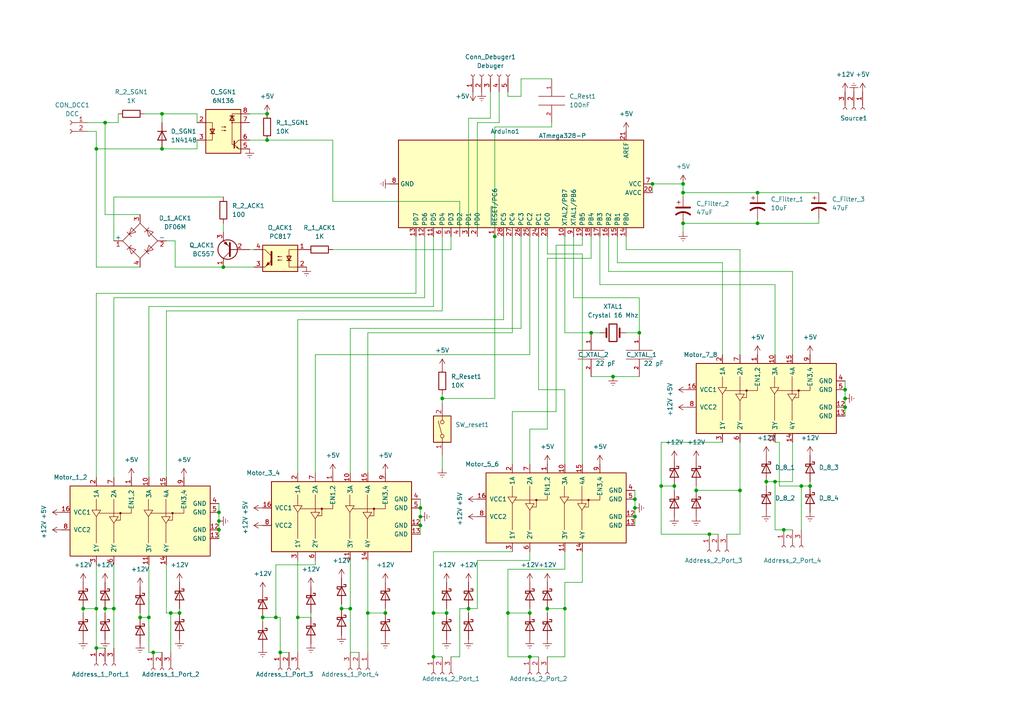
<source format=kicad_sch>
(kicad_sch (version 20211123) (generator eeschema)
  (paper "A4")
  (title_block (title "DCC Motor Controler") (date "2022-04-23") (rev "1.1"))
  (junction (at 184.15 149.86))
  (junction (at 27.94 176.53))
  (junction (at 219.71 55.88))
  (junction (at 77.47 33.02))
  (junction (at 171.45 96.52))
  (junction (at 222.25 139.7))
  (junction (at 77.47 40.64))
  (junction (at 198.12 55.88))
  (junction (at 227.33 153.67))
  (junction (at 43.18 179.07))
  (junction (at 101.6 176.53))
  (junction (at 121.92 149.86))
  (junction (at 129.54 177.8))
  (junction (at 33.02 176.53))
  (junction (at 44.45 189.23))
  (junction (at 121.92 152.4))
  (junction (at 189.23 53.34))
  (junction (at 125.73 177.8))
  (junction (at 201.93 142.24))
  (junction (at 245.11 118.11))
  (junction (at 86.36 179.07))
  (junction (at 198.12 53.34))
  (junction (at 214.63 142.24))
  (junction (at 24.13 176.53))
  (junction (at 30.48 35.56))
  (junction (at 153.67 190.5))
  (junction (at 121.92 147.32))
  (junction (at 184.15 144.78))
  (junction (at 153.67 177.8))
  (junction (at 80.01 179.07))
  (junction (at 76.2 179.07))
  (junction (at 63.5 151.13))
  (junction (at 52.07 177.8))
  (junction (at 135.89 176.53))
  (junction (at 191.77 140.97))
  (junction (at 177.8 109.22))
  (junction (at 224.79 139.7))
  (junction (at 219.71 64.77))
  (junction (at 245.11 113.03))
  (junction (at 46.99 33.02))
  (junction (at 40.64 179.07))
  (junction (at 63.5 153.67))
  (junction (at 128.27 115.57))
  (junction (at 99.06 176.53))
  (junction (at 106.68 177.8))
  (junction (at 63.5 148.59))
  (junction (at 147.32 177.8))
  (junction (at 111.76 177.8))
  (junction (at 27.94 43.18))
  (junction (at 81.28 189.23))
  (junction (at 27.94 187.96))
  (junction (at 232.41 140.97))
  (junction (at 245.11 115.57))
  (junction (at 64.77 77.47))
  (junction (at 205.74 154.94))
  (junction (at 184.15 147.32))
  (junction (at 198.12 64.77))
  (junction (at 125.73 190.5))
  (junction (at 143.51 68.58))
  (junction (at 234.95 140.97))
  (junction (at 49.53 177.8))
  (junction (at 185.42 96.52))
  (junction (at 158.75 176.53))
  (junction (at 195.58 140.97))
  (junction (at 163.83 176.53))
  (junction (at 46.99 43.18))
  (junction (at 30.48 176.53))
  (wire (pts (xy 184.15 147.32) (xy 184.15 149.86)))
  (wire (pts (xy 176.53 68.58) (xy 176.53 78.74)))
  (wire (pts (xy 125.73 190.5) (xy 128.27 190.5)))
  (wire (pts (xy 214.63 142.24) (xy 214.63 154.94)))
  (wire (pts (xy 209.55 76.2) (xy 209.55 102.87)))
  (wire (pts (xy 128.27 114.3) (xy 128.27 115.57)))
  (wire (pts (xy 48.26 138.43) (xy 48.26 90.17)))
  (wire (pts (xy 106.68 177.8) (xy 111.76 177.8)))
  (wire (pts (xy 205.74 154.94) (xy 191.77 154.94)))
  (wire (pts (xy 138.43 162.56) (xy 138.43 176.53)))
  (wire (pts (xy 63.5 146.05) (xy 63.5 148.59)))
  (wire (pts (xy 99.06 175.26) (xy 99.06 176.53)))
  (wire (pts (xy 86.36 92.71) (xy 86.36 137.16)))
  (wire (pts (xy 128.27 132.08) (xy 128.27 135.89)))
  (wire (pts (xy 91.44 163.83) (xy 91.44 162.56)))
  (wire (pts (xy 101.6 176.53) (xy 101.6 189.23)))
  (wire (pts (xy 151.13 68.58) (xy 151.13 95.25)))
  (wire (pts (xy 135.89 34.29) (xy 142.24 34.29)))
  (wire (pts (xy 130.81 72.39) (xy 130.81 68.58)))
  (wire (pts (xy 214.63 154.94) (xy 210.82 154.94)))
  (wire (pts (xy 191.77 140.97) (xy 191.77 128.27)))
  (wire (pts (xy 80.01 179.07) (xy 81.28 179.07)))
  (wire (pts (xy 34.29 35.56) (xy 34.29 33.02)))
  (wire (pts (xy 163.83 168.91) (xy 168.91 168.91)))
  (wire (pts (xy 198.12 53.34) (xy 198.12 55.88)))
  (wire (pts (xy 27.94 176.53) (xy 27.94 187.96)))
  (wire (pts (xy 163.83 113.03) (xy 156.21 113.03)))
  (wire (pts (xy 158.75 73.66) (xy 168.91 73.66)))
  (wire (pts (xy 138.43 35.56) (xy 144.78 35.56)))
  (wire (pts (xy 101.6 162.56) (xy 101.6 176.53)))
  (wire (pts (xy 198.12 55.88) (xy 198.12 57.15)))
  (wire (pts (xy 128.27 90.17) (xy 128.27 68.58)))
  (wire (pts (xy 224.79 139.7) (xy 224.79 153.67)))
  (wire (pts (xy 43.18 88.9) (xy 43.18 138.43)))
  (wire (pts (xy 121.92 149.86) (xy 121.92 152.4)))
  (wire (pts (xy 219.71 64.77) (xy 219.71 63.5)))
  (wire (pts (xy 120.65 85.09) (xy 120.65 68.58)))
  (wire (pts (xy 147.32 165.1) (xy 147.32 177.8)))
  (wire (pts (xy 153.67 134.62) (xy 153.67 124.46)))
  (wire (pts (xy 168.91 68.58) (xy 168.91 71.12)))
  (wire (pts (xy 25.4 35.56) (xy 30.48 35.56)))
  (wire (pts (xy 121.92 147.32) (xy 121.92 149.86)))
  (wire (pts (xy 133.35 176.53) (xy 135.89 176.53)))
  (wire (pts (xy 163.83 96.52) (xy 171.45 96.52)))
  (wire (pts (xy 76.2 179.07) (xy 80.01 179.07)))
  (wire (pts (xy 153.67 102.87) (xy 91.44 102.87)))
  (wire (pts (xy 171.45 96.52) (xy 173.99 96.52)))
  (wire (pts (xy 163.83 68.58) (xy 163.83 96.52)))
  (wire (pts (xy 30.48 35.56) (xy 34.29 35.56)))
  (wire (pts (xy 33.02 163.83) (xy 33.02 176.53)))
  (wire (pts (xy 48.26 163.83) (xy 48.26 177.8)))
  (wire (pts (xy 234.95 139.7) (xy 234.95 140.97)))
  (wire (pts (xy 138.43 68.58) (xy 138.43 35.56)))
  (wire (pts (xy 138.43 176.53) (xy 135.89 176.53)))
  (wire (pts (xy 27.94 38.1) (xy 27.94 43.18)))
  (wire (pts (xy 41.91 33.02) (xy 46.99 33.02)))
  (wire (pts (xy 173.99 68.58) (xy 173.99 82.55)))
  (wire (pts (xy 106.68 96.52) (xy 148.59 96.52)))
  (wire (pts (xy 232.41 140.97) (xy 226.06 140.97)))
  (wire (pts (xy 163.83 165.1) (xy 147.32 165.1)))
  (wire (pts (xy 229.87 78.74) (xy 229.87 102.87)))
  (wire (pts (xy 96.52 72.39) (xy 130.81 72.39)))
  (wire (pts (xy 72.39 40.64) (xy 77.47 40.64)))
  (wire (pts (xy 166.37 86.36) (xy 185.42 86.36)))
  (wire (pts (xy 125.73 177.8) (xy 129.54 177.8)))
  (wire (pts (xy 46.99 43.18) (xy 57.15 43.18)))
  (wire (pts (xy 163.83 160.02) (xy 163.83 165.1)))
  (wire (pts (xy 153.67 176.53) (xy 153.67 177.8)))
  (wire (pts (xy 146.05 92.71) (xy 86.36 92.71)))
  (wire (pts (xy 91.44 137.16) (xy 91.44 102.87)))
  (wire (pts (xy 153.67 162.56) (xy 153.67 160.02)))
  (wire (pts (xy 177.8 109.22) (xy 185.42 109.22)))
  (wire (pts (xy 138.43 162.56) (xy 153.67 162.56)))
  (wire (pts (xy 143.51 115.57) (xy 128.27 115.57)))
  (wire (pts (xy 245.11 110.49) (xy 245.11 113.03)))
  (wire (pts (xy 24.13 176.53) (xy 24.13 177.8)))
  (wire (pts (xy 135.89 68.58) (xy 135.89 34.29)))
  (wire (pts (xy 219.71 64.77) (xy 237.49 64.77)))
  (wire (pts (xy 125.73 177.8) (xy 125.73 160.02)))
  (wire (pts (xy 181.61 96.52) (xy 185.42 96.52)))
  (wire (pts (xy 43.18 179.07) (xy 40.64 179.07)))
  (wire (pts (xy 33.02 57.15) (xy 64.77 57.15)))
  (wire (pts (xy 43.18 179.07) (xy 43.18 189.23)))
  (wire (pts (xy 184.15 144.78) (xy 184.15 147.32)))
  (wire (pts (xy 101.6 95.25) (xy 101.6 137.16)))
  (wire (pts (xy 163.83 190.5) (xy 163.83 176.53)))
  (wire (pts (xy 232.41 153.67) (xy 232.41 140.97)))
  (wire (pts (xy 64.77 77.47) (xy 73.66 77.47)))
  (wire (pts (xy 33.02 138.43) (xy 33.02 86.36)))
  (wire (pts (xy 33.02 176.53) (xy 33.02 187.96)))
  (wire (pts (xy 245.11 118.11) (xy 245.11 120.65)))
  (wire (pts (xy 189.23 53.34) (xy 189.23 55.88)))
  (wire (pts (xy 151.13 27.94) (xy 147.32 27.94)))
  (wire (pts (xy 77.47 40.64) (xy 96.52 40.64)))
  (wire (pts (xy 176.53 78.74) (xy 229.87 78.74)))
  (wire (pts (xy 171.45 74.93) (xy 171.45 68.58)))
  (wire (pts (xy 57.15 43.18) (xy 57.15 40.64)))
  (wire (pts (xy 80.01 163.83) (xy 91.44 163.83)))
  (wire (pts (xy 125.73 190.5) (xy 125.73 177.8)))
  (wire (pts (xy 181.61 72.39) (xy 181.61 68.58)))
  (wire (pts (xy 161.29 119.38) (xy 148.59 119.38)))
  (wire (pts (xy 121.92 152.4) (xy 121.92 154.94)))
  (wire (pts (xy 90.17 177.8) (xy 90.17 179.07)))
  (wire (pts (xy 80.01 179.07) (xy 80.01 163.83)))
  (wire (pts (xy 163.83 176.53) (xy 163.83 168.91)))
  (wire (pts (xy 146.05 68.58) (xy 146.05 92.71)))
  (wire (pts (xy 153.67 124.46) (xy 158.75 124.46)))
  (wire (pts (xy 27.94 187.96) (xy 30.48 187.96)))
  (wire (pts (xy 168.91 73.66) (xy 168.91 134.62)))
  (wire (pts (xy 123.19 86.36) (xy 123.19 68.58)))
  (wire (pts (xy 168.91 71.12) (xy 161.29 71.12)))
  (wire (pts (xy 226.06 140.97) (xy 226.06 128.27)))
  (wire (pts (xy 27.94 43.18) (xy 46.99 43.18)))
  (wire (pts (xy 81.28 189.23) (xy 83.82 189.23)))
  (wire (pts (xy 173.99 82.55) (xy 224.79 82.55)))
  (wire (pts (xy 142.24 34.29) (xy 142.24 26.67)))
  (wire (pts (xy 63.5 148.59) (xy 63.5 151.13)))
  (wire (pts (xy 156.21 113.03) (xy 156.21 68.58)))
  (wire (pts (xy 135.89 176.53) (xy 135.89 177.8)))
  (wire (pts (xy 86.36 162.56) (xy 86.36 179.07)))
  (wire (pts (xy 214.63 72.39) (xy 181.61 72.39)))
  (wire (pts (xy 245.11 115.57) (xy 245.11 118.11)))
  (wire (pts (xy 229.87 139.7) (xy 224.79 139.7)))
  (wire (pts (xy 46.99 33.02) (xy 46.99 35.56)))
  (wire (pts (xy 63.5 151.13) (xy 63.5 153.67)))
  (wire (pts (xy 191.77 140.97) (xy 195.58 140.97)))
  (wire (pts (xy 121.92 144.78) (xy 121.92 147.32)))
  (wire (pts (xy 222.25 139.7) (xy 222.25 140.97)))
  (wire (pts (xy 195.58 140.97) (xy 195.58 142.24)))
  (wire (pts (xy 101.6 189.23) (xy 104.14 189.23)))
  (wire (pts (xy 50.8 77.47) (xy 64.77 77.47)))
  (wire (pts (xy 224.79 82.55) (xy 224.79 102.87)))
  (wire (pts (xy 130.81 190.5) (xy 133.35 190.5)))
  (wire (pts (xy 48.26 177.8) (xy 49.53 177.8)))
  (wire (pts (xy 184.15 149.86) (xy 184.15 152.4)))
  (wire (pts (xy 144.78 35.56) (xy 144.78 26.67)))
  (wire (pts (xy 229.87 128.27) (xy 229.87 139.7)))
  (wire (pts (xy 30.48 176.53) (xy 30.48 177.8)))
  (wire (pts (xy 160.02 36.83) (xy 160.02 35.56)))
  (wire (pts (xy 76.2 179.07) (xy 76.2 180.34)))
  (wire (pts (xy 33.02 69.85) (xy 33.02 57.15)))
  (wire (pts (xy 57.15 33.02) (xy 57.15 35.56)))
  (wire (pts (xy 153.67 68.58) (xy 153.67 102.87)))
  (wire (pts (xy 222.25 139.7) (xy 224.79 139.7)))
  (wire (pts (xy 143.51 36.83) (xy 160.02 36.83)))
  (wire (pts (xy 232.41 140.97) (xy 234.95 140.97)))
  (wire (pts (xy 158.75 74.93) (xy 171.45 74.93)))
  (wire (pts (xy 49.53 177.8) (xy 52.07 177.8)))
  (wire (pts (xy 160.02 22.86) (xy 151.13 22.86)))
  (wire (pts (xy 153.67 190.5) (xy 156.21 190.5)))
  (wire (pts (xy 27.94 77.47) (xy 40.64 77.47)))
  (wire (pts (xy 111.76 176.53) (xy 111.76 177.8)))
  (wire (pts (xy 205.74 154.94) (xy 208.28 154.94)))
  (wire (pts (xy 27.94 85.09) (xy 120.65 85.09)))
  (wire (pts (xy 158.75 68.58) (xy 158.75 73.66)))
  (wire (pts (xy 40.64 62.23) (xy 30.48 62.23)))
  (wire (pts (xy 158.75 190.5) (xy 163.83 190.5)))
  (wire (pts (xy 106.68 177.8) (xy 106.68 189.23)))
  (wire (pts (xy 50.8 69.85) (xy 50.8 77.47)))
  (wire (pts (xy 27.94 43.18) (xy 27.94 77.47)))
  (wire (pts (xy 147.32 27.94) (xy 147.32 26.67)))
  (wire (pts (xy 133.35 190.5) (xy 133.35 176.53)))
  (wire (pts (xy 147.32 190.5) (xy 153.67 190.5)))
  (wire (pts (xy 151.13 22.86) (xy 151.13 27.94)))
  (wire (pts (xy 224.79 153.67) (xy 227.33 153.67)))
  (wire (pts (xy 46.99 33.02) (xy 57.15 33.02)))
  (wire (pts (xy 148.59 96.52) (xy 148.59 68.58)))
  (wire (pts (xy 52.07 176.53) (xy 52.07 177.8)))
  (wire (pts (xy 25.4 38.1) (xy 27.94 38.1)))
  (wire (pts (xy 191.77 128.27) (xy 209.55 128.27)))
  (wire (pts (xy 49.53 177.8) (xy 49.53 189.23)))
  (wire (pts (xy 129.54 176.53) (xy 129.54 177.8)))
  (wire (pts (xy 96.52 40.64) (xy 96.52 58.42)))
  (wire (pts (xy 43.18 163.83) (xy 43.18 179.07)))
  (wire (pts (xy 185.42 86.36) (xy 185.42 96.52)))
  (wire (pts (xy 27.94 85.09) (xy 27.94 138.43)))
  (wire (pts (xy 86.36 179.07) (xy 90.17 179.07)))
  (wire (pts (xy 96.52 58.42) (xy 133.35 58.42)))
  (wire (pts (xy 158.75 176.53) (xy 163.83 176.53)))
  (wire (pts (xy 125.73 160.02) (xy 148.59 160.02)))
  (wire (pts (xy 151.13 95.25) (xy 101.6 95.25)))
  (wire (pts (xy 148.59 119.38) (xy 148.59 134.62)))
  (wire (pts (xy 125.73 88.9) (xy 125.73 68.58)))
  (wire (pts (xy 184.15 142.24) (xy 184.15 144.78)))
  (wire (pts (xy 106.68 137.16) (xy 106.68 96.52)))
  (wire (pts (xy 44.45 189.23) (xy 46.99 189.23)))
  (wire (pts (xy 48.26 69.85) (xy 50.8 69.85)))
  (wire (pts (xy 166.37 68.58) (xy 166.37 86.36)))
  (wire (pts (xy 86.36 189.23) (xy 86.36 179.07)))
  (wire (pts (xy 237.49 64.77) (xy 237.49 63.5)))
  (wire (pts (xy 198.12 55.88) (xy 219.71 55.88)))
  (wire (pts (xy 43.18 189.23) (xy 44.45 189.23)))
  (wire (pts (xy 43.18 88.9) (xy 125.73 88.9)))
  (wire (pts (xy 201.93 140.97) (xy 201.93 142.24)))
  (wire (pts (xy 30.48 35.56) (xy 30.48 62.23)))
  (wire (pts (xy 72.39 33.02) (xy 77.47 33.02)))
  (wire (pts (xy 72.39 72.39) (xy 73.66 72.39)))
  (wire (pts (xy 158.75 176.53) (xy 158.75 177.8)))
  (wire (pts (xy 198.12 64.77) (xy 219.71 64.77)))
  (wire (pts (xy 143.51 68.58) (xy 143.51 115.57)))
  (wire (pts (xy 179.07 76.2) (xy 179.07 68.58)))
  (wire (pts (xy 143.51 68.58) (xy 143.51 36.83)))
  (wire (pts (xy 171.45 109.22) (xy 177.8 109.22)))
  (wire (pts (xy 227.33 153.67) (xy 229.87 153.67)))
  (wire (pts (xy 48.26 90.17) (xy 128.27 90.17)))
  (wire (pts (xy 226.06 128.27) (xy 224.79 128.27)))
  (wire (pts (xy 201.93 142.24) (xy 214.63 142.24)))
  (wire (pts (xy 27.94 176.53) (xy 24.13 176.53)))
  (wire (pts (xy 147.32 177.8) (xy 153.67 177.8)))
  (wire (pts (xy 40.64 177.8) (xy 40.64 179.07)))
  (wire (pts (xy 63.5 153.67) (xy 63.5 156.21)))
  (wire (pts (xy 189.23 53.34) (xy 198.12 53.34)))
  (wire (pts (xy 30.48 176.53) (xy 33.02 176.53)))
  (wire (pts (xy 198.12 64.77) (xy 198.12 67.31)))
  (wire (pts (xy 214.63 142.24) (xy 214.63 128.27)))
  (wire (pts (xy 99.06 176.53) (xy 101.6 176.53)))
  (wire (pts (xy 128.27 115.57) (xy 128.27 116.84)))
  (wire (pts (xy 147.32 177.8) (xy 147.32 190.5)))
  (wire (pts (xy 219.71 55.88) (xy 237.49 55.88)))
  (wire (pts (xy 33.02 86.36) (xy 123.19 86.36)))
  (wire (pts (xy 64.77 64.77) (xy 64.77 67.31)))
  (wire (pts (xy 158.75 124.46) (xy 158.75 74.93)))
  (wire (pts (xy 27.94 163.83) (xy 27.94 176.53)))
  (wire (pts (xy 133.35 68.58) (xy 133.35 58.42)))
  (wire (pts (xy 191.77 154.94) (xy 191.77 140.97)))
  (wire (pts (xy 245.11 113.03) (xy 245.11 115.57)))
  (wire (pts (xy 106.68 162.56) (xy 106.68 177.8)))
  (wire (pts (xy 214.63 102.87) (xy 214.63 72.39)))
  (wire (pts (xy 163.83 113.03) (xy 163.83 134.62)))
  (wire (pts (xy 161.29 71.12) (xy 161.29 119.38)))
  (wire (pts (xy 209.55 76.2) (xy 179.07 76.2)))
  (wire (pts (xy 81.28 179.07) (xy 81.28 189.23)))
  (wire (pts (xy 168.91 168.91) (xy 168.91 160.02)))
  (symbol (lib_id "power:+5V") (at 53.34 138.43 0) (unit 1)
    (property "Reference" "#PWR0109" (effects hide))
    (property "Value" "+5V" (at 53.34 133.35 0))
  )
  (symbol (lib_id "Diode:1N5819") (at 201.93 137.16 270) (unit 1)
    (property "Reference" "D_7_3" (effects hide))
    (property "Value" "1N5819" (effects hide))
    (property "Footprint" "Diode_THT:D_DO-41_SOD81_P10.16mm_Horizontal" (effects hide))
    (property "Datasheet" "http://www.vishay.com/docs/88525/1n5817.pdf" (effects hide))
  )
  (symbol (lib_id "power:Earth") (at 52.07 185.42 0) (unit 1)
    (property "Reference" "#PWR0135" (effects hide))
    (property "Value" "Earth" (effects hide))
  )
  (symbol (lib_id "power:Earth") (at 99.06 184.15 0) (unit 1)
    (property "Reference" "#PWR0145" (effects hide))
    (property "Value" "Earth" (effects hide))
  )
  (symbol (lib_id "power:Earth") (at 76.2 187.96 0) (unit 1)
    (property "Reference" "#PWR0134" (effects hide))
    (property "Value" "Earth" (effects hide))
  )
  (symbol (lib_id "Connector:Conn_01x03_Female") (at 156.21 195.58 90) (mirror x) (unit 1)
    (property "Reference" "Address_2_Port_2" (at 156.21 196.85 90))
    (property "Value" "Conn_01x03_Female" (effects hide))
    (property "Footprint" "Connector_Wago:Wago_734-133_1x03_P3.50mm_Vertical" (effects hide))
  )
  (symbol (lib_id "power:+12V") (at 138.43 149.86 90) (mirror x) (unit 1)
    (property "Reference" "#PWR0129" (effects hide))
    (property "Value" "+12V" (at 133.35 149.86 0))
  )
  (symbol (lib_id "power:+12V") (at 199.39 118.11 90) (mirror x) (unit 1)
    (property "Reference" "#PWR0105" (effects hide))
    (property "Value" "+12V" (at 194.31 118.11 0))
  )
  (symbol (lib_id "Connector:Conn_01x03_Female") (at 128.27 195.58 90) (mirror x) (unit 1)
    (property "Reference" "Address_2_Port_1" (at 130.81 196.85 90))
    (property "Value" "Conn_01x03_Female" (effects hide))
    (property "Footprint" "Connector_Wago:Wago_734-133_1x03_P3.50mm_Vertical" (effects hide))
  )
  (symbol (lib_id "power:+12V") (at 24.13 168.91 0) (unit 1)
    (property "Reference" "#PWR0149" (effects hide))
    (property "Value" "+12V" (at 24.13 163.83 0))
  )
  (symbol (lib_id "Diode:1N5819") (at 234.95 135.89 270) (unit 1)
    (property "Reference" "D_8_3" (at 237.49 135.5724 90) (effects (justify left)))
    (property "Value" "1N5819" (effects hide))
    (property "Footprint" "Diode_THT:D_DO-41_SOD81_P10.16mm_Horizontal" (effects hide))
    (property "Datasheet" "http://www.vishay.com/docs/88525/1n5817.pdf" (effects hide))
  )
  (symbol (lib_id "Diode:1N5819") (at 158.75 181.61 270) (unit 1)
    (property "Reference" "D_6_4" (effects hide))
    (property "Value" "1N5819" (effects hide))
    (property "Footprint" "Diode_THT:D_DO-41_SOD81_P10.16mm_Horizontal" (effects hide))
    (property "Datasheet" "http://www.vishay.com/docs/88525/1n5817.pdf" (effects hide))
  )
  (symbol (lib_id "power:+5V") (at 198.12 53.34 0) (unit 1)
    (property "Reference" "#PWR0116" (effects hide))
    (property "Value" "+5V" (at 198.12 48.26 0))
  )
  (symbol (lib_id "power:+12V") (at 76.2 171.45 0) (unit 1)
    (property "Reference" "#PWR0136" (effects hide))
    (property "Value" "+12V" (at 76.2 166.37 0))
  )
  (symbol (lib_id "Device:R") (at 92.71 72.39 270) (unit 1)
    (property "Reference" "R_1_ACK1" (at 92.71 66.04 90))
    (property "Value" "1K" (at 92.71 68.58 90))
    (property "Footprint" "Resistor_THT:R_Axial_DIN0207_L6.3mm_D2.5mm_P10.16mm_Horizontal" (effects hide))
  )
  (symbol (lib_id "power:Earth") (at 90.17 186.69 0) (unit 1)
    (property "Reference" "#PWR0146" (effects hide))
    (property "Value" "Earth" (effects hide))
  )
  (symbol (lib_id "power:+12V") (at 135.89 168.91 0) (unit 1)
    (property "Reference" "#PWR0140" (effects hide))
    (property "Value" "+12V" (at 135.89 163.83 0))
  )
  (symbol (lib_id "Connector:Conn_01x03_Female") (at 104.14 194.31 270) (unit 1)
    (property "Reference" "Address_1_Port_4" (at 101.6 195.58 90))
    (property "Value" "Conn_01x03_Female" (effects hide))
    (property "Footprint" "Connector_Wago:Wago_734-133_1x03_P3.50mm_Vertical" (effects hide))
  )
  (symbol (lib_id "Diode:1N5819") (at 52.07 181.61 270) (unit 1)
    (property "Reference" "D_2_4" (effects hide))
    (property "Value" "1N5819" (effects hide))
    (property "Footprint" "Diode_THT:D_DO-41_SOD81_P10.16mm_Horizontal" (effects hide))
    (property "Datasheet" "http://www.vishay.com/docs/88525/1n5817.pdf" (effects hide))
  )
  (symbol (lib_id "power:Earth") (at 139.7 26.67 0) (unit 1)
    (property "Reference" "#PWR0166" (effects hide))
    (property "Value" "Earth" (effects hide))
  )
  (symbol (lib_id "power:+5V") (at 77.47 33.02 0) (unit 1)
    (property "Reference" "#PWR0120" (effects hide))
    (property "Value" "+5V" (at 77.47 27.94 0))
  )
  (symbol (lib_id "power:Earth") (at 247.65 26.67 180) (unit 1)
    (property "Reference" "#PWR0117" (effects hide))
    (property "Value" "Earth" (effects hide))
  )
  (symbol (lib_id "power:Earth") (at 40.64 186.69 0) (unit 1)
    (property "Reference" "#PWR0151" (effects hide))
    (property "Value" "Earth" (effects hide))
  )
  (symbol (lib_id "power:+5V") (at 138.43 144.78 90) (mirror x) (unit 1)
    (property "Reference" "#PWR0130" (effects hide))
    (property "Value" "+5V" (at 133.35 144.78 0))
  )
  (symbol (lib_id "power:+5V") (at 111.76 137.16 0) (unit 1)
    (property "Reference" "#PWR0124" (effects hide))
    (property "Value" "+5V" (at 111.76 132.08 0))
  )
  (symbol (lib_id "Device:C_Polarized_US") (at 219.71 59.69 0) (unit 1)
    (property "Reference" "C_Filter_1" (at 223.52 57.7849 0) (effects (justify left)))
    (property "Value" "10uF" (at 223.52 60.3249 0) (effects (justify left)))
    (property "Footprint" "Capacitor_THT:CP_Radial_D6.3mm_P2.50mm" (effects hide))
  )
  (symbol (lib_id "power:+12V") (at 99.06 167.64 0) (unit 1)
    (property "Reference" "#PWR0137" (effects hide))
    (property "Value" "+12V" (at 99.06 162.56 0))
  )
  (symbol (lib_id "power:Earth") (at 63.5 151.13 90) (mirror x) (unit 1)
    (property "Reference" "#PWR0106" (effects hide))
    (property "Value" "Earth" (effects hide))
  )
  (symbol (lib_id "power:+12V") (at 76.2 152.4 90) (mirror x) (unit 1)
    (property "Reference" "#PWR0107" (effects hide))
    (property "Value" "+12V" (at 71.12 152.4 0))
  )
  (symbol (lib_id "Isolator:PC817") (at 81.28 74.93 0) (mirror y) (unit 1)
    (property "Reference" "O_ACK1" (at 81.28 66.04 0))
    (property "Value" "PC817" (at 81.28 68.58 0))
    (property "Footprint" "Package_DIP:DIP-4_W7.62mm" (effects hide))
    (property "Datasheet" "http://www.soselectronic.cz/a_info/resource/d/pc817.pdf" (effects hide))
  )
  (symbol (lib_id "power:+12V") (at 52.07 168.91 0) (unit 1)
    (property "Reference" "#PWR0114" (effects hide))
    (property "Value" "+12V" (at 52.07 163.83 0))
  )
  (symbol (lib_id "power:+12V") (at 90.17 170.18 0) (unit 1)
    (property "Reference" "#PWR0139" (effects hide))
    (property "Value" "+12V" (at 90.17 165.1 0))
  )
  (symbol (lib_id "Diode_Bridge:DF06M") (at 40.64 69.85 180) (unit 1)
    (property "Reference" "D_1_ACK1" (at 50.8 63.2712 0))
    (property "Value" "DF06M" (at 50.8 65.8112 0))
    (property "Footprint" "Diode_THT:Diode_Bridge_DIP-4_W7.62mm_P5.08mm" (effects hide))
    (property "Datasheet" "http://www.vishay.com/docs/88571/dfm.pdf" (effects hide))
  )
  (symbol (lib_id "Diode:1N5819") (at 30.48 172.72 270) (unit 1)
    (property "Reference" "D_1_3" (effects hide))
    (property "Value" "1N5819" (effects hide))
    (property "Footprint" "Diode_THT:D_DO-41_SOD81_P10.16mm_Horizontal" (effects hide))
    (property "Datasheet" "http://www.vishay.com/docs/88525/1n5817.pdf" (effects hide))
  )
  (symbol (lib_id "Device:R") (at 77.47 36.83 180) (unit 1)
    (property "Reference" "R_1_SGN1" (at 80.01 35.5599 0) (effects (justify right)))
    (property "Value" "10K" (at 80.01 38.0999 0) (effects (justify right)))
    (property "Footprint" "Resistor_THT:R_Axial_DIN0207_L6.3mm_D2.5mm_P10.16mm_Horizontal" (effects hide))
  )
  (symbol (lib_id "power:Earth") (at 128.27 135.89 0) (unit 1)
    (property "Reference" "#PWR0122" (effects hide))
    (property "Value" "Earth" (effects hide))
  )
  (symbol (lib_id "Diode:1N5819") (at 195.58 146.05 270) (unit 1)
    (property "Reference" "D_7_2" (effects hide))
    (property "Value" "1N5819" (effects hide))
    (property "Footprint" "Diode_THT:D_DO-41_SOD81_P10.16mm_Horizontal" (effects hide))
    (property "Datasheet" "http://www.vishay.com/docs/88525/1n5817.pdf" (effects hide))
  )
  (symbol (lib_id "Driver_Motor:L293") (at 101.6 149.86 90) (mirror x) (unit 1)
    (property "Reference" "Motor_3_4" (at 81.28 137.16 90) (effects (justify left)))
    (property "Value" "L293" (effects hide))
    (property "Footprint" "Package_DIP:DIP-16_W7.62mm" (effects hide))
    (property "Datasheet" "http://www.ti.com/lit/ds/symlink/l293.pdf" (effects hide))
  )
  (symbol (lib_id "power:Earth") (at 245.11 115.57 90) (mirror x) (unit 1)
    (property "Reference" "#PWR0102" (effects hide))
    (property "Value" "Earth" (effects hide))
  )
  (symbol (lib_id "power:+12V") (at 201.93 133.35 0) (unit 1)
    (property "Reference" "#PWR0165" (effects hide))
    (property "Value" "+12V" (at 201.93 128.27 0))
  )
  (symbol (lib_id "Device:R") (at 38.1 33.02 90) (unit 1)
    (property "Reference" "R_2_SGN1" (at 38.1 26.67 90))
    (property "Value" "1K" (at 38.1 29.21 90))
    (property "Footprint" "Resistor_THT:R_Axial_DIN0207_L6.3mm_D2.5mm_P10.16mm_Horizontal" (effects hide))
  )
  (symbol (lib_id "Driver_Motor:L293") (at 224.79 115.57 90) (mirror x) (unit 1)
    (property "Reference" "Motor_7_8" (at 203.2 102.87 90))
    (property "Value" "L293" (effects hide))
    (property "Footprint" "Package_DIP:DIP-16_W7.62mm" (effects hide))
    (property "Datasheet" "http://www.ti.com/lit/ds/symlink/l293.pdf" (effects hide))
  )
  (symbol (lib_id "Diode:1N5819") (at 195.58 137.16 270) (unit 1)
    (property "Reference" "D_7_1" (effects hide))
    (property "Value" "1N5819" (effects hide))
    (property "Footprint" "Diode_THT:D_DO-41_SOD81_P10.16mm_Horizontal" (effects hide))
    (property "Datasheet" "http://www.vishay.com/docs/88525/1n5817.pdf" (effects hide))
  )
  (symbol (lib_id "Diode:1N5819") (at 90.17 173.99 270) (unit 1)
    (property "Reference" "D_3_3" (effects hide))
    (property "Value" "1N5819" (effects hide))
    (property "Footprint" "Diode_THT:D_DO-41_SOD81_P10.16mm_Horizontal" (effects hide))
    (property "Datasheet" "http://www.vishay.com/docs/88525/1n5817.pdf" (effects hide))
  )
  (symbol (lib_id "Diode:1N5819") (at 111.76 172.72 270) (unit 1)
    (property "Reference" "D_4_3" (effects hide))
    (property "Value" "1N5819" (effects hide))
    (property "Footprint" "Diode_THT:D_DO-41_SOD81_P10.16mm_Horizontal" (effects hide))
    (property "Datasheet" "http://www.vishay.com/docs/88525/1n5817.pdf" (effects hide))
  )
  (symbol (lib_id "power:+5V") (at 250.19 26.67 0) (unit 1)
    (property "Reference" "#PWR0118" (effects hide))
    (property "Value" "+5V" (at 250.19 21.59 0))
  )
  (symbol (lib_id "power:+12V") (at 153.67 168.91 0) (unit 1)
    (property "Reference" "#PWR0155" (effects hide))
    (property "Value" "+12V" (at 153.67 163.83 0))
  )
  (symbol (lib_id "power:Earth") (at 158.75 185.42 0) (unit 1)
    (property "Reference" "#PWR0154" (effects hide))
    (property "Value" "Earth" (effects hide))
  )
  (symbol (lib_id "power:+12V") (at 111.76 168.91 0) (unit 1)
    (property "Reference" "#PWR0141" (effects hide))
    (property "Value" "+12V" (at 111.76 163.83 0))
  )
  (symbol (lib_id "power:+5V") (at 76.2 147.32 90) (mirror x) (unit 1)
    (property "Reference" "#PWR0108" (effects hide))
    (property "Value" "+5V" (at 71.12 147.32 0))
  )
  (symbol (lib_id "Diode:1N5819") (at 24.13 172.72 270) (unit 1)
    (property "Reference" "D_1_1" (effects hide))
    (property "Value" "1N5819" (effects hide))
    (property "Footprint" "Diode_THT:D_DO-41_SOD81_P10.16mm_Horizontal" (effects hide))
    (property "Datasheet" "http://www.vishay.com/docs/88525/1n5817.pdf" (effects hide))
  )
  (symbol (lib_id "Switch:SW_DIP_x01") (at 128.27 124.46 90) (unit 1)
    (property "Reference" "SW_reset1" (at 132.08 123.1899 90) (effects (justify right)))
    (property "Value" "SW_DIP_x01" (effects hide))
    (property "Footprint" "Button_Switch_THT:SW_PUSH_6mm_H5mm" (effects hide))
  )
  (symbol (lib_id "power:+12V") (at 129.54 168.91 0) (unit 1)
    (property "Reference" "#PWR0142" (effects hide))
    (property "Value" "+12V" (at 129.54 163.83 0))
  )
  (symbol (lib_id "Diode:1N5819") (at 129.54 172.72 270) (unit 1)
    (property "Reference" "D_5_1" (effects hide))
    (property "Value" "1N5819" (effects hide))
    (property "Footprint" "Diode_THT:D_DO-41_SOD81_P10.16mm_Horizontal" (effects hide))
    (property "Datasheet" "http://www.vishay.com/docs/88525/1n5817.pdf" (effects hide))
  )
  (symbol (lib_id "Driver_Motor:L293") (at 163.83 147.32 90) (mirror x) (unit 1)
    (property "Reference" "Motor_5_6" (at 144.78 134.62 90) (effects (justify left)))
    (property "Value" "L293" (effects hide))
    (property "Footprint" "Package_DIP:DIP-16_W7.62mm" (effects hide))
    (property "Datasheet" "http://www.ti.com/lit/ds/symlink/l293.pdf" (effects hide))
  )
  (symbol (lib_id "power:Earth") (at 88.9 77.47 0) (unit 1)
    (property "Reference" "#PWR0112" (effects hide))
    (property "Value" "Earth" (effects hide))
  )
  (symbol (lib_id "pspice:CAP") (at 160.02 29.21 0) (unit 1)
    (property "Reference" "C_Rest1" (at 165.1 27.9399 0) (effects (justify left)))
    (property "Value" "100nF" (at 165.1 30.4799 0) (effects (justify left)))
    (property "Footprint" "Capacitor_SMD:C_2225_5664Metric_Pad1.80x6.60mm_HandSolder" (effects hide))
  )
  (symbol (lib_id "Diode:1N5819") (at 76.2 184.15 270) (unit 1)
    (property "Reference" "D_3_2" (effects hide))
    (property "Value" "1N5819" (effects hide))
    (property "Footprint" "Diode_THT:D_DO-41_SOD81_P10.16mm_Horizontal" (effects hide))
    (property "Datasheet" "http://www.vishay.com/docs/88525/1n5817.pdf" (effects hide))
  )
  (symbol (lib_id "Driver_Motor:L293") (at 43.18 151.13 90) (mirror x) (unit 1)
    (property "Reference" "Motor_1_2" (at 25.4 138.43 90) (effects (justify left)))
    (property "Value" "L293" (effects hide))
    (property "Footprint" "Package_DIP:DIP-16_W7.62mm" (effects hide))
    (property "Datasheet" "http://www.ti.com/lit/ds/symlink/l293.pdf" (effects hide))
  )
  (symbol (lib_id "Diode:1N5819") (at 30.48 181.61 270) (unit 1)
    (property "Reference" "D_1_4" (effects hide))
    (property "Value" "1N5819" (effects hide))
    (property "Footprint" "Diode_THT:D_DO-41_SOD81_P10.16mm_Horizontal" (effects hide))
    (property "Datasheet" "http://www.vishay.com/docs/88525/1n5817.pdf" (effects hide))
  )
  (symbol (lib_id "power:Earth") (at 135.89 185.42 0) (unit 1)
    (property "Reference" "#PWR0143" (effects hide))
    (property "Value" "Earth" (effects hide))
  )
  (symbol (lib_id "Connector:Conn_01x03_Female") (at 83.82 194.31 90) (mirror x) (unit 1)
    (property "Reference" "Address_1_Port_3" (at 82.55 195.58 90))
    (property "Value" "Conn_01x03_Female" (effects hide))
    (property "Footprint" "Connector_Wago:Wago_734-133_1x03_P3.50mm_Vertical" (effects hide))
  )
  (symbol (lib_id "Device:R") (at 64.77 60.96 180) (unit 1)
    (property "Reference" "R_2_ACK1" (at 67.31 59.6899 0) (effects (justify right)))
    (property "Value" "100" (at 67.31 62.2299 0) (effects (justify right)))
    (property "Footprint" "Resistor_THT:R_Axial_DIN0207_L6.3mm_D2.5mm_P10.16mm_Horizontal" (effects hide))
  )
  (symbol (lib_id "power:Earth") (at 198.12 67.31 0) (unit 1)
    (property "Reference" "#PWR0113" (effects hide))
    (property "Value" "Earth" (effects hide))
  )
  (symbol (lib_id "power:Earth") (at 30.48 185.42 0) (unit 1)
    (property "Reference" "#PWR0152" (effects hide))
    (property "Value" "Earth" (effects hide))
  )
  (symbol (lib_id "pspice:C") (at 171.45 102.87 0) (unit 1)
    (property "Reference" "C_XTAL_2" (at 167.64 102.87 0) (effects (justify left)))
    (property "Value" "22 pF" (at 172.72 105.41 0) (effects (justify left)))
    (property "Footprint" "Capacitor_THT:C_Disc_D8.0mm_W5.0mm_P5.00mm" (effects hide))
  )
  (symbol (lib_id "Diode:1N5819") (at 201.93 146.05 270) (unit 1)
    (property "Reference" "D_7_4" (effects hide))
    (property "Value" "1N5819" (effects hide))
    (property "Footprint" "Diode_THT:D_DO-41_SOD81_P10.16mm_Horizontal" (effects hide))
    (property "Datasheet" "http://www.vishay.com/docs/88525/1n5817.pdf" (effects hide))
  )
  (symbol (lib_id "power:+5V") (at 96.52 137.16 0) (unit 1)
    (property "Reference" "#PWR0125" (effects hide))
    (property "Value" "+5V" (at 96.52 132.08 0))
  )
  (symbol (lib_id "Isolator:6N136") (at 64.77 38.1 0) (unit 1)
    (property "Reference" "O_SGN1" (at 64.77 26.67 0))
    (property "Value" "6N136" (at 64.77 29.21 0))
    (property "Footprint" "Package_DIP:DIP-8_W7.62mm" (effects hide))
    (property "Datasheet" "https://optoelectronics.liteon.com/upload/download/DS70-2008-0032/6N135-L%206N136-L%20series.pdf" (effects hide))
  )
  (symbol (lib_id "power:+5V") (at 181.61 38.1 0) (unit 1)
    (property "Reference" "#PWR0161" (effects hide))
    (property "Value" "+5V" (at 181.61 33.02 0))
  )
  (symbol (lib_id "Diode:1N4148") (at 46.99 39.37 270) (unit 1)
    (property "Reference" "D_SGN1" (at 49.53 38.0999 90) (effects (justify left)))
    (property "Value" "1N4148" (at 49.53 40.6399 90) (effects (justify left)))
    (property "Footprint" "Diode_THT:D_DO-35_SOD27_P7.62mm_Horizontal" (effects hide))
    (property "Datasheet" "https://assets.nexperia.com/documents/data-sheet/1N4148_1N4448.pdf" (effects hide))
  )
  (symbol (lib_id "power:+12V") (at 195.58 133.35 0) (unit 1)
    (property "Reference" "#PWR0164" (effects hide))
    (property "Value" "+12V" (at 195.58 128.27 0))
  )
  (symbol (lib_id "pspice:C") (at 185.42 102.87 0) (unit 1)
    (property "Reference" "C_XTAL_1" (at 181.61 102.87 0) (effects (justify left)))
    (property "Value" "22 pF" (at 186.69 105.41 0) (effects (justify left)))
    (property "Footprint" "Capacitor_THT:C_Disc_D8.0mm_W5.0mm_P5.00mm" (effects hide))
  )
  (symbol (lib_id "power:+12V") (at 30.48 168.91 0) (unit 1)
    (property "Reference" "#PWR0150" (effects hide))
    (property "Value" "+12V" (at 30.48 163.83 0))
  )
  (symbol (lib_id "power:+12V") (at 245.11 26.67 0) (unit 1)
    (property "Reference" "#PWR0115" (effects hide))
    (property "Value" "+12V" (at 245.11 21.59 0))
  )
  (symbol (lib_id "Diode:1N5819") (at 40.64 182.88 270) (unit 1)
    (property "Reference" "D_2_2" (effects hide))
    (property "Value" "1N5819" (effects hide))
    (property "Footprint" "Diode_THT:D_DO-41_SOD81_P10.16mm_Horizontal" (effects hide))
    (property "Datasheet" "http://www.vishay.com/docs/88525/1n5817.pdf" (effects hide))
  )
  (symbol (lib_id "Device:Crystal") (at 177.8 96.52 0) (unit 1)
    (property "Reference" "XTAL1" (at 177.8 88.9 0))
    (property "Value" "Crystal 16 Mhz" (at 177.8 91.44 0))
    (property "Footprint" "Crystal:Crystal_HC49-U_Vertical" (effects hide))
  )
  (symbol (lib_id "Connector:Conn_01x03_Female") (at 30.48 193.04 90) (mirror x) (unit 1)
    (property "Reference" "Address_1_Port_1" (at 29.21 195.58 90))
    (property "Value" "Conn_01x03_Female" (effects hide))
    (property "Footprint" "Connector_Wago:Wago_734-133_1x03_P3.50mm_Vertical" (effects hide))
  )
  (symbol (lib_id "Connector:Conn_01x03_Female") (at 46.99 194.31 90) (mirror x) (unit 1)
    (property "Reference" "Address_1_Port_2" (at 49.53 195.58 90))
    (property "Value" "Conn_01x03_Female" (effects hide))
    (property "Footprint" "Connector_Wago:Wago_734-133_1x03_P3.50mm_Vertical" (effects hide))
  )
  (symbol (lib_id "power:+5V") (at 219.71 102.87 0) (unit 1)
    (property "Reference" "#PWR0101" (effects hide))
    (property "Value" "+5V" (at 219.71 97.79 0))
  )
  (symbol (lib_id "Diode:1N5819") (at 90.17 182.88 270) (unit 1)
    (property "Reference" "D_3_4" (effects hide))
    (property "Value" "1N5819" (effects hide))
    (property "Footprint" "Diode_THT:D_DO-41_SOD81_P10.16mm_Horizontal" (effects hide))
    (property "Datasheet" "http://www.vishay.com/docs/88525/1n5817.pdf" (effects hide))
  )
  (symbol (lib_id "power:+12V") (at 17.78 153.67 90) (mirror x) (unit 1)
    (property "Reference" "#PWR0126" (effects hide))
    (property "Value" "+12V" (at 12.7 153.67 0))
  )
  (symbol (lib_id "Diode:1N5819") (at 135.89 172.72 270) (unit 1)
    (property "Reference" "D_5_3" (effects hide))
    (property "Value" "1N5819" (effects hide))
    (property "Footprint" "Diode_THT:D_DO-41_SOD81_P10.16mm_Horizontal" (effects hide))
    (property "Datasheet" "http://www.vishay.com/docs/88525/1n5817.pdf" (effects hide))
  )
  (symbol (lib_id "Diode:1N5819") (at 129.54 181.61 270) (unit 1)
    (property "Reference" "D_5_2" (effects hide))
    (property "Value" "1N5819" (effects hide))
    (property "Footprint" "Diode_THT:D_DO-41_SOD81_P10.16mm_Horizontal" (effects hide))
    (property "Datasheet" "http://www.vishay.com/docs/88525/1n5817.pdf" (effects hide))
  )
  (symbol (lib_id "Connector:Conn_01x03_Female") (at 208.28 160.02 90) (mirror x) (unit 1)
    (property "Reference" "Address_2_Port_3" (at 207.01 162.56 90))
    (property "Value" "Conn_01x03_Female" (effects hide))
    (property "Footprint" "Connector_Wago:Wago_734-133_1x03_P3.50mm_Vertical" (effects hide))
  )
  (symbol (lib_id "power:Earth") (at 222.25 148.59 0) (unit 1)
    (property "Reference" "#PWR0158" (effects hide))
    (property "Value" "Earth" (effects hide))
  )
  (symbol (lib_id "power:Earth") (at 153.67 185.42 0) (unit 1)
    (property "Reference" "#PWR0153" (effects hide))
    (property "Value" "Earth" (effects hide))
  )
  (symbol (lib_id "Connector:Conn_01x05_Female") (at 142.24 21.59 90) (unit 1)
    (property "Reference" "Conn_Debuger1" (at 142.24 16.51 90))
    (property "Value" "Debuger" (at 142.24 19.05 90))
    (property "Footprint" "Connector_PinHeader_2.54mm:PinHeader_1x05_P2.54mm_Vertical" (effects hide))
  )
  (symbol (lib_id "Transistor_BJT:BC557") (at 67.31 72.39 180) (unit 1)
    (property "Reference" "Q_ACK1" (at 62.23 71.1199 0) (effects (justify left)))
    (property "Value" "BC557" (at 62.23 73.6599 0) (effects (justify left)))
    (property "Footprint" "Package_TO_SOT_THT:TO-92_Inline" (effects hide))
    (property "Datasheet" "https://www.onsemi.com/pub/Collateral/BC556BTA-D.pdf" (effects hide))
  )
  (symbol (lib_id "power:+5V") (at 158.75 134.62 0) (unit 1)
    (property "Reference" "#PWR0133" (effects hide))
    (property "Value" "+5V" (at 158.75 129.54 0))
  )
  (symbol (lib_id "power:+5V") (at 173.99 134.62 0) (unit 1)
    (property "Reference" "#PWR0132" (effects hide))
    (property "Value" "+5V" (at 173.99 129.54 0))
  )
  (symbol (lib_id "power:Earth") (at 72.39 43.18 0) (unit 1)
    (property "Reference" "#PWR0119" (effects hide))
    (property "Value" "Earth" (effects hide))
  )
  (symbol (lib_id "Diode:1N5819") (at 153.67 181.61 270) (unit 1)
    (property "Reference" "D_6_2" (effects hide))
    (property "Value" "1N5819" (effects hide))
    (property "Footprint" "Diode_THT:D_DO-41_SOD81_P10.16mm_Horizontal" (effects hide))
    (property "Datasheet" "http://www.vishay.com/docs/88525/1n5817.pdf" (effects hide))
  )
  (symbol (lib_id "Connector:Conn_01x02_Female") (at 20.32 35.56 0) (mirror y) (unit 1)
    (property "Reference" "CON_DCC1" (at 20.955 30.48 0))
    (property "Value" "DCC" (at 20.955 33.02 0))
    (property "Footprint" "Connector_Wago:Wago_734-132_1x02_P3.50mm_Vertical" (effects hide))
  )
  (symbol (lib_id "Connector:Conn_01x03_Female") (at 247.65 31.75 270) (unit 1)
    (property "Reference" "Source1" (at 247.65 34.29 90))
    (property "Value" "Source" (effects hide))
    (property "Footprint" "Connector_JST:JST_NV_B03P-NV_1x03_P5.00mm_Vertical" (effects hide))
  )
  (symbol (lib_id "Connector:Conn_01x03_Female") (at 229.87 158.75 90) (mirror x) (unit 1)
    (property "Reference" "Address_2_Port_4" (at 229.87 162.56 90))
    (property "Value" "Conn_01x03_Female" (effects hide))
    (property "Footprint" "Connector_Wago:Wago_734-133_1x03_P3.50mm_Vertical" (effects hide))
  )
  (symbol (lib_id "Diode:1N5819") (at 111.76 181.61 270) (unit 1)
    (property "Reference" "D_4_4" (effects hide))
    (property "Value" "1N5819" (effects hide))
    (property "Footprint" "Diode_THT:D_DO-41_SOD81_P10.16mm_Horizontal" (effects hide))
    (property "Datasheet" "http://www.vishay.com/docs/88525/1n5817.pdf" (effects hide))
  )
  (symbol (lib_id "power:Earth") (at 129.54 185.42 0) (unit 1)
    (property "Reference" "#PWR0144" (effects hide))
    (property "Value" "Earth" (effects hide))
  )
  (symbol (lib_id "Diode:1N5819") (at 153.67 172.72 270) (unit 1)
    (property "Reference" "D_6_1" (effects hide))
    (property "Value" "1N5819" (effects hide))
    (property "Footprint" "Diode_THT:D_DO-41_SOD81_P10.16mm_Horizontal" (effects hide))
    (property "Datasheet" "http://www.vishay.com/docs/88525/1n5817.pdf" (effects hide))
  )
  (symbol (lib_id "Device:C_Polarized_US") (at 237.49 59.69 0) (unit 1)
    (property "Reference" "C_Filter_3" (at 241.3 57.7849 0) (effects (justify left)))
    (property "Value" "47uF" (at 241.3 60.3249 0) (effects (justify left)))
    (property "Footprint" "Capacitor_THT:CP_Radial_D7.5mm_P2.50mm" (effects hide))
  )
  (symbol (lib_id "power:+12V") (at 158.75 168.91 0) (unit 1)
    (property "Reference" "#PWR0156" (effects hide))
    (property "Value" "+12V" (at 158.75 163.83 0))
  )
  (symbol (lib_id "Diode:1N5819") (at 158.75 172.72 270) (unit 1)
    (property "Reference" "D_6_3" (effects hide))
    (property "Value" "1N5819" (effects hide))
    (property "Footprint" "Diode_THT:D_DO-41_SOD81_P10.16mm_Horizontal" (effects hide))
    (property "Datasheet" "http://www.vishay.com/docs/88525/1n5817.pdf" (effects hide))
  )
  (symbol (lib_id "power:Earth") (at 184.15 147.32 90) (mirror x) (unit 1)
    (property "Reference" "#PWR0131" (effects hide))
    (property "Value" "Earth" (effects hide))
  )
  (symbol (lib_id "Diode:1N5819") (at 222.25 135.89 270) (unit 1)
    (property "Reference" "D_8_1" (at 224.79 135.5724 90) (effects (justify left)))
    (property "Value" "1N5819" (effects hide))
    (property "Footprint" "Diode_THT:D_DO-41_SOD81_P10.16mm_Horizontal" (effects hide))
    (property "Datasheet" "http://www.vishay.com/docs/88525/1n5817.pdf" (effects hide))
  )
  (symbol (lib_id "Device:R") (at 128.27 110.49 0) (unit 1)
    (property "Reference" "R_Reset1" (at 130.81 109.2199 0) (effects (justify left)))
    (property "Value" "10K" (at 130.81 111.7599 0) (effects (justify left)))
    (property "Footprint" "Resistor_THT:R_Axial_DIN0207_L6.3mm_D2.5mm_P10.16mm_Horizontal" (effects hide))
  )
  (symbol (lib_id "Diode:1N5819") (at 40.64 173.99 270) (unit 1)
    (property "Reference" "D_2_1" (effects hide))
    (property "Value" "1N5819" (effects hide))
    (property "Footprint" "Diode_THT:D_DO-41_SOD81_P10.16mm_Horizontal" (effects hide))
    (property "Datasheet" "http://www.vishay.com/docs/88525/1n5817.pdf" (effects hide))
  )
  (symbol (lib_id "power:+5V") (at 128.27 106.68 0) (unit 1)
    (property "Reference" "#PWR0123" (effects hide))
    (property "Value" "+5V" (at 128.27 101.6 0))
  )
  (symbol (lib_id "power:+12V") (at 222.25 132.08 0) (unit 1)
    (property "Reference" "#PWR0159" (effects hide))
    (property "Value" "+12V" (at 222.25 127 0))
  )
  (symbol (lib_id "Diode:1N5819") (at 222.25 144.78 270) (unit 1)
    (property "Reference" "D_8_2" (at 224.79 144.4624 90) (effects (justify left)))
    (property "Value" "1N5819" (effects hide))
    (property "Footprint" "Diode_THT:D_DO-41_SOD81_P10.16mm_Horizontal" (effects hide))
    (property "Datasheet" "http://www.vishay.com/docs/88525/1n5817.pdf" (effects hide))
  )
  (symbol (lib_id "Diode:1N5819") (at 135.89 181.61 270) (unit 1)
    (property "Reference" "D_5_4" (effects hide))
    (property "Value" "1N5819" (effects hide))
    (property "Footprint" "Diode_THT:D_DO-41_SOD81_P10.16mm_Horizontal" (effects hide))
    (property "Datasheet" "http://www.vishay.com/docs/88525/1n5817.pdf" (effects hide))
  )
  (symbol (lib_id "Diode:1N5819") (at 24.13 181.61 270) (unit 1)
    (property "Reference" "D_1_2" (effects hide))
    (property "Value" "1N5819" (effects hide))
    (property "Footprint" "Diode_THT:D_DO-41_SOD81_P10.16mm_Horizontal" (effects hide))
    (property "Datasheet" "http://www.vishay.com/docs/88525/1n5817.pdf" (effects hide))
  )
  (symbol (lib_id "power:+5V") (at 199.39 113.03 90) (mirror x) (unit 1)
    (property "Reference" "#PWR0104" (effects hide))
    (property "Value" "+5V" (at 194.31 113.03 0))
  )
  (symbol (lib_id "power:+12V") (at 40.64 170.18 0) (unit 1)
    (property "Reference" "#PWR0147" (effects hide))
    (property "Value" "+12V" (at 40.64 165.1 0))
  )
  (symbol (lib_id "power:+5V") (at 234.95 102.87 0) (unit 1)
    (property "Reference" "#PWR0103" (effects hide))
    (property "Value" "+5V" (at 234.95 97.79 0))
  )
  (symbol (lib_id "power:+5V") (at 38.1 138.43 0) (unit 1)
    (property "Reference" "#PWR0110" (effects hide))
    (property "Value" "+5V" (at 38.1 133.35 0))
  )
  (symbol (lib_id "power:Earth") (at 195.58 149.86 0) (unit 1)
    (property "Reference" "#PWR0162" (effects hide))
    (property "Value" "Earth" (effects hide))
  )
  (symbol (lib_id "MCU_Microchip_ATmega:ATmega328-P") (at 151.13 53.34 270) (unit 1)
    (property "Reference" "Arduino1" (at 142.24 38.1 90) (effects (justify left)))
    (property "Value" "ATmega328-P" (at 156.21 39.37 90) (effects (justify left)))
    (property "Footprint" "Package_DIP:DIP-28_W7.62mm" (effects hide))
    (property "Datasheet" "http://ww1.microchip.com/downloads/en/DeviceDoc/ATmega328_P%20AVR%20MCU%20with%20picoPower%20Technology%20Data%20Sheet%2040001984A.pdf" (effects hide))
  )
  (symbol (lib_id "Diode:1N5819") (at 234.95 144.78 270) (unit 1)
    (property "Reference" "D_8_4" (at 237.49 144.4624 90) (effects (justify left)))
    (property "Value" "1N5819" (effects hide))
    (property "Footprint" "Diode_THT:D_DO-41_SOD81_P10.16mm_Horizontal" (effects hide))
    (property "Datasheet" "http://www.vishay.com/docs/88525/1n5817.pdf" (effects hide))
  )
  (symbol (lib_id "power:Earth") (at 24.13 185.42 0) (unit 1)
    (property "Reference" "#PWR0148" (effects hide))
    (property "Value" "Earth" (effects hide))
  )
  (symbol (lib_id "power:+5V") (at 17.78 148.59 90) (mirror x) (unit 1)
    (property "Reference" "#PWR0127" (effects hide))
    (property "Value" "+5V" (at 12.7 148.59 0))
  )
  (symbol (lib_id "power:Earth") (at 234.95 148.59 0) (unit 1)
    (property "Reference" "#PWR0157" (effects hide))
    (property "Value" "Earth" (effects hide))
  )
  (symbol (lib_id "Device:C_Polarized_US") (at 198.12 60.96 0) (unit 1)
    (property "Reference" "C_Filter_2" (at 201.93 59.0549 0) (effects (justify left)))
    (property "Value" "47uF" (at 201.93 61.5949 0) (effects (justify left)))
    (property "Footprint" "Capacitor_THT:CP_Radial_D8.0mm_P3.80mm" (effects hide))
  )
  (symbol (lib_id "Diode:1N5819") (at 99.06 180.34 270) (unit 1)
    (property "Reference" "D_4_2" (effects hide))
    (property "Value" "1N5819" (effects hide))
    (property "Footprint" "Diode_THT:D_DO-41_SOD81_P10.16mm_Horizontal" (effects hide))
    (property "Datasheet" "http://www.vishay.com/docs/88525/1n5817.pdf" (effects hide))
  )
  (symbol (lib_id "power:Earth") (at 121.92 149.86 90) (mirror x) (unit 1)
    (property "Reference" "#PWR0121" (effects hide))
    (property "Value" "Earth" (effects hide))
  )
  (symbol (lib_id "power:Earth") (at 177.8 109.22 0) (unit 1)
    (property "Reference" "#PWR0128" (effects hide))
    (property "Value" "Earth" (effects hide))
  )
  (symbol (lib_id "Diode:1N5819") (at 76.2 175.26 270) (unit 1)
    (property "Reference" "D_3_1" (effects hide))
    (property "Value" "1N5819" (effects hide))
    (property "Footprint" "Diode_THT:D_DO-41_SOD81_P10.16mm_Horizontal" (effects hide))
    (property "Datasheet" "http://www.vishay.com/docs/88525/1n5817.pdf" (effects hide))
  )
  (symbol (lib_id "power:+12V") (at 234.95 132.08 0) (unit 1)
    (property "Reference" "#PWR0160" (effects hide))
    (property "Value" "+12V" (at 234.95 127 0))
  )
  (symbol (lib_id "power:Earth") (at 201.93 149.86 0) (unit 1)
    (property "Reference" "#PWR0163" (effects hide))
    (property "Value" "Earth" (effects hide))
  )
  (symbol (lib_id "Diode:1N5819") (at 99.06 171.45 270) (unit 1)
    (property "Reference" "D_4_1" (effects hide))
    (property "Value" "1N5819" (effects hide))
    (property "Footprint" "Diode_THT:D_DO-41_SOD81_P10.16mm_Horizontal" (effects hide))
    (property "Datasheet" "http://www.vishay.com/docs/88525/1n5817.pdf" (effects hide))
  )
  (symbol (lib_id "power:Earth") (at 113.03 53.34 270) (unit 1)
    (property "Reference" "#PWR0111" (effects hide))
    (property "Value" "Earth" (effects hide))
  )
  (symbol (lib_id "Diode:1N5819") (at 52.07 172.72 270) (unit 1)
    (property "Reference" "D_2_3" (effects hide))
    (property "Value" "1N5819" (effects hide))
    (property "Footprint" "Diode_THT:D_DO-41_SOD81_P10.16mm_Horizontal" (effects hide))
    (property "Datasheet" "http://www.vishay.com/docs/88525/1n5817.pdf" (effects hide))
  )
  (symbol (lib_id "power:+5V") (at 137.16 26.67 180) (unit 1)
    (property "Reference" "#PWR0167" (effects hide))
    (property "Value" "+5V" (at 132.08 27.94 0) (effects (justify right)))
  )
  (symbol (lib_id "power:Earth") (at 111.76 185.42 0) (unit 1)
    (property "Reference" "#PWR0138" (effects hide))
    (property "Value" "Earth" (effects hide))
  )
)
</source>
